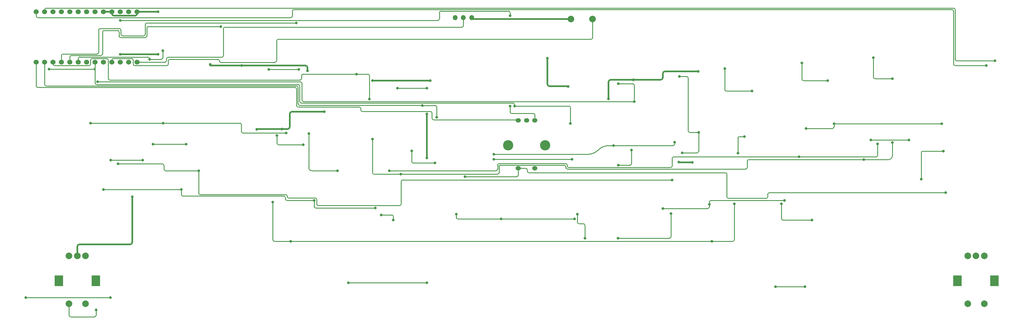
<source format=gbr>
G04 #@! TF.GenerationSoftware,KiCad,Pcbnew,(6.0.10)*
G04 #@! TF.CreationDate,2023-05-22T23:46:38+09:00*
G04 #@! TF.ProjectId,PARALLAX,50415241-4c4c-4415-982e-6b696361645f,rev?*
G04 #@! TF.SameCoordinates,Original*
G04 #@! TF.FileFunction,Copper,L1,Top*
G04 #@! TF.FilePolarity,Positive*
%FSLAX46Y46*%
G04 Gerber Fmt 4.6, Leading zero omitted, Abs format (unit mm)*
G04 Created by KiCad (PCBNEW (6.0.10)) date 2023-05-22 23:46:38*
%MOMM*%
%LPD*%
G01*
G04 APERTURE LIST*
G04 #@! TA.AperFunction,ComponentPad*
%ADD10O,1.500000X1.500000*%
G04 #@! TD*
G04 #@! TA.AperFunction,ComponentPad*
%ADD11C,1.524000*%
G04 #@! TD*
G04 #@! TA.AperFunction,ComponentPad*
%ADD12C,2.000000*%
G04 #@! TD*
G04 #@! TA.AperFunction,ComponentPad*
%ADD13R,2.500000X3.200000*%
G04 #@! TD*
G04 #@! TA.AperFunction,ComponentPad*
%ADD14O,1.600000X1.300000*%
G04 #@! TD*
G04 #@! TA.AperFunction,ComponentPad*
%ADD15C,3.100000*%
G04 #@! TD*
G04 #@! TA.AperFunction,ViaPad*
%ADD16C,0.800000*%
G04 #@! TD*
G04 #@! TA.AperFunction,Conductor*
%ADD17C,0.250000*%
G04 #@! TD*
G04 #@! TA.AperFunction,Conductor*
%ADD18C,0.500000*%
G04 #@! TD*
G04 APERTURE END LIST*
D10*
X152347700Y-20446700D03*
X154847700Y-20446700D03*
X149847700Y-20446700D03*
D11*
X51247700Y-18675300D03*
X48707700Y-18675300D03*
X46167700Y-18675300D03*
X43627700Y-18675300D03*
X41087700Y-18675300D03*
X38547700Y-18675300D03*
X36007700Y-18675300D03*
X33467700Y-18675300D03*
X30927700Y-18675300D03*
X28387700Y-18675300D03*
X25847700Y-18675300D03*
X23307700Y-18675300D03*
X23307700Y-33895300D03*
X25847700Y-33895300D03*
X28387700Y-33895300D03*
X30927700Y-33895300D03*
X33467700Y-33895300D03*
X36007700Y-33895300D03*
X38547700Y-33895300D03*
X41087700Y-33895300D03*
X43627700Y-33895300D03*
X46167700Y-33895300D03*
X48707700Y-33895300D03*
X51247700Y-33895300D03*
X53787700Y-33895300D03*
X53787700Y-18675300D03*
D12*
X38218800Y-92512500D03*
X33218800Y-92512500D03*
X35718800Y-92512500D03*
D13*
X41318800Y-100012500D03*
X30118800Y-100012500D03*
D12*
X33218800Y-107012500D03*
X38218800Y-107012500D03*
D14*
X173950000Y-51539900D03*
X168950000Y-51539900D03*
X171450000Y-51539900D03*
D15*
X165900000Y-59039900D03*
X177000000Y-59039900D03*
D14*
X173950000Y-66039900D03*
X168950000Y-66039900D03*
D12*
X191368750Y-20850700D03*
X184868750Y-20850700D03*
X309681300Y-92512500D03*
X304681300Y-92512500D03*
X307181300Y-92512500D03*
D13*
X301581300Y-100012500D03*
X312781300Y-100012500D03*
D12*
X304681300Y-107012500D03*
X309681300Y-107012500D03*
D16*
X197686041Y-59176075D03*
X255832033Y-53959000D03*
X216154508Y-58168200D03*
X264318750Y-52529900D03*
X39743700Y-52384403D03*
X98831085Y-55356042D03*
X161509625Y-61820500D03*
X296804700Y-52529900D03*
X61640181Y-52360001D03*
X290633363Y-69278169D03*
X107243247Y-75732601D03*
X297343794Y-60864384D03*
X163746022Y-81337733D03*
X249368700Y-75782900D03*
X125692928Y-78023900D03*
X150161542Y-79882022D03*
X185928879Y-81346234D03*
X43624100Y-72481100D03*
X212604240Y-78172079D03*
X67138169Y-72454000D03*
X226638900Y-76966000D03*
X41376666Y-108863700D03*
X246599000Y-101803700D03*
X186771900Y-79868687D03*
X20122700Y-105141200D03*
X189038500Y-87141873D03*
X141328851Y-100646649D03*
X45731342Y-105145678D03*
X255527600Y-101790978D03*
X117584883Y-100632218D03*
X60127400Y-18670546D03*
X52311666Y-74614934D03*
X75845100Y-34625900D03*
X60139578Y-31561500D03*
X177744607Y-32730701D03*
X105280887Y-36539967D03*
X48707700Y-31561500D03*
X196197843Y-44973314D03*
X221456250Y-64195300D03*
X85353500Y-34970000D03*
X184012900Y-41274000D03*
X124927600Y-39504900D03*
X142307759Y-39504900D03*
X217410262Y-64138405D03*
X203698683Y-39259300D03*
X223258200Y-36718437D03*
X110329908Y-48905128D03*
X141308000Y-62887994D03*
X97531445Y-54121760D03*
X89947517Y-54220128D03*
X141308000Y-49621615D03*
X93563900Y-36085000D03*
X102643690Y-36085000D03*
X141274667Y-41833730D03*
X132428004Y-41833730D03*
X286897300Y-57458264D03*
X275459137Y-57442415D03*
X161528879Y-63302000D03*
X185167100Y-63298614D03*
X143763800Y-64435600D03*
X136726482Y-60745434D03*
X96050900Y-56124995D03*
X104009671Y-58895600D03*
X68615000Y-58730000D03*
X58612977Y-58730000D03*
X131184594Y-81698686D03*
X127540378Y-80125849D03*
X27160351Y-36028700D03*
X167777200Y-47213200D03*
X184697200Y-52431436D03*
X55483400Y-63546500D03*
X203929034Y-45833800D03*
X199136600Y-40413800D03*
X45845100Y-63546500D03*
X199136600Y-65062500D03*
X203124300Y-60481183D03*
X41829483Y-39867300D03*
X215071200Y-79757979D03*
X61524600Y-30434900D03*
X72377000Y-66732700D03*
X218445984Y-61330626D03*
X217638568Y-38256881D03*
X215376100Y-69567649D03*
X47992513Y-64693401D03*
X199021200Y-87138047D03*
X57597092Y-33062200D03*
X223408700Y-55144900D03*
X79098700Y-23174892D03*
X235267700Y-61466700D03*
X239534326Y-42652518D03*
X237200716Y-56442600D03*
X234209800Y-76781900D03*
X94787100Y-76278400D03*
X100134100Y-88102447D03*
X231281526Y-35868937D03*
X227402100Y-88103202D03*
X129970167Y-66738701D03*
X277481664Y-58682547D03*
X101836400Y-22076500D03*
X105633800Y-55553500D03*
X262376100Y-39493100D03*
X253733700Y-62561400D03*
X248425500Y-76752100D03*
X257627800Y-81704500D03*
X254615900Y-34160800D03*
X114276087Y-66763692D03*
X120032600Y-37524000D03*
X124899000Y-57165783D03*
X276175700Y-32551300D03*
X133424000Y-67795700D03*
X123987800Y-45109800D03*
X273313800Y-63397826D03*
X281956300Y-58184305D03*
X281956300Y-38930000D03*
X152784071Y-68520200D03*
X144244000Y-50594801D03*
X298016600Y-73399700D03*
X139988508Y-47008800D03*
X166447300Y-19846600D03*
X166447300Y-47212600D03*
X48719397Y-21303964D03*
X312919164Y-33516580D03*
X310315000Y-34970000D03*
D17*
X121346344Y-48379782D02*
X121346321Y-47940130D01*
X23307700Y-41124622D02*
X23307700Y-33895300D01*
X101490867Y-41583513D02*
X23766591Y-41583513D01*
X120886834Y-47480666D02*
X102408564Y-47480666D01*
X142412918Y-48838627D02*
X121805211Y-48838627D01*
X142873481Y-50909485D02*
X142873481Y-49299190D01*
X168950000Y-51539900D02*
X168779655Y-51369555D01*
X23307687Y-41124622D02*
G75*
G03*
X23766591Y-41583513I458913J22D01*
G01*
X101490867Y-41583500D02*
G75*
G02*
X101949000Y-42041646I33J-458100D01*
G01*
X101949034Y-47021102D02*
G75*
G03*
X102408564Y-47480666I459566J2D01*
G01*
X120886834Y-47480679D02*
G75*
G02*
X121346321Y-47940130I-34J-459521D01*
G01*
X121346373Y-48379782D02*
G75*
G03*
X121805211Y-48838627I458827J-18D01*
G01*
X142412918Y-48838619D02*
G75*
G02*
X142873481Y-49299190I-18J-460581D01*
G01*
X168779655Y-51369555D02*
X143333551Y-51369555D01*
X101949000Y-47021102D02*
X101949000Y-42041646D01*
X142873445Y-50909485D02*
G75*
G03*
X143333551Y-51369555I460055J-15D01*
G01*
D18*
X141308000Y-49621615D02*
X141308000Y-62887994D01*
D17*
X234209802Y-87644270D02*
G75*
G02*
X233750868Y-88103202I-458902J-30D01*
G01*
X227402100Y-88103202D02*
X233750868Y-88103202D01*
X226942284Y-88106250D02*
X100137903Y-88106250D01*
X227148867Y-88103202D02*
X227119204Y-88073539D01*
X227402100Y-88103202D02*
X227148867Y-88103202D01*
X234209800Y-87644270D02*
X234209800Y-76781900D01*
X100134050Y-88102448D02*
G75*
G03*
X100137903Y-88106250I3850J48D01*
G01*
X226942284Y-88106233D02*
G75*
G03*
X227119204Y-88073538I-7284J534433D01*
G01*
X33467700Y-32368125D02*
X33467700Y-33895300D01*
X42884870Y-31907900D02*
X33927925Y-31907900D01*
X43341650Y-24806783D02*
X43341650Y-31451120D01*
X47863826Y-24343579D02*
X43804854Y-24343579D01*
X56261241Y-26473411D02*
X48784468Y-26473411D01*
X56720240Y-23602122D02*
X56720240Y-26014412D01*
X79065363Y-23141555D02*
X57180807Y-23141555D01*
X42884870Y-31907850D02*
G75*
G03*
X43341650Y-31451120I30J456750D01*
G01*
X79098700Y-23174892D02*
X79065363Y-23141555D01*
X48323389Y-26012350D02*
G75*
G03*
X48784468Y-26473411I461111J50D01*
G01*
X43341679Y-24806783D02*
G75*
G02*
X43804854Y-24343579I463221J-17D01*
G01*
X33467700Y-32368125D02*
G75*
G02*
X33927925Y-31907900I460200J25D01*
G01*
X56261241Y-26473440D02*
G75*
G03*
X56720240Y-26014412I-41J459040D01*
G01*
X56720255Y-23602122D02*
G75*
G02*
X57180807Y-23141555I460545J22D01*
G01*
X47863826Y-24343593D02*
G75*
G02*
X48323407Y-24803160I-26J-459607D01*
G01*
X48323407Y-26012350D02*
X48323407Y-24803160D01*
X30927700Y-31916700D02*
X30927700Y-33895300D01*
X41688540Y-31457700D02*
X31386700Y-31457700D01*
X48436893Y-23765727D02*
X42608229Y-23765727D01*
X55770379Y-25970451D02*
X49356797Y-25970451D01*
X56228220Y-22522071D02*
X56228220Y-25512610D01*
X101820673Y-22060773D02*
X56689518Y-22060773D01*
X30927700Y-31916700D02*
G75*
G02*
X31386700Y-31457700I459000J0D01*
G01*
X42148900Y-24225056D02*
X42148900Y-30997340D01*
X41688540Y-31457700D02*
G75*
G03*
X42148900Y-30997340I-40J460400D01*
G01*
X42148827Y-24225056D02*
G75*
G02*
X42608229Y-23765727I459373J-44D01*
G01*
X101836400Y-22076500D02*
X101820673Y-22060773D01*
X48897652Y-25511306D02*
X48897652Y-24226486D01*
X48897649Y-25511306D02*
G75*
G03*
X49356797Y-25970451I459151J6D01*
G01*
X48436893Y-23765748D02*
G75*
G02*
X48897652Y-24226486I7J-460752D01*
G01*
X56228173Y-22522071D02*
G75*
G02*
X56689518Y-22060773I461327J-29D01*
G01*
X55770379Y-25970420D02*
G75*
G03*
X56228220Y-25512610I21J457820D01*
G01*
X167777200Y-47213200D02*
X167777200Y-46741358D01*
X124475501Y-46283800D02*
X167319642Y-46283800D01*
X124474501Y-46284800D02*
X124475501Y-46283800D01*
X102911432Y-41144960D02*
X102911714Y-45825373D01*
X41087700Y-36572278D02*
X41087700Y-40224591D01*
X103371169Y-46284800D02*
X124474501Y-46284800D01*
X167777200Y-46741358D02*
G75*
G03*
X167319642Y-46283800I-457600J-42D01*
G01*
X102911487Y-41144960D02*
G75*
G03*
X102449985Y-40683513I-461487J-40D01*
G01*
X103371169Y-46284786D02*
G75*
G02*
X102911714Y-45825373I31J459486D01*
G01*
X41546622Y-40683513D02*
X102449985Y-40683513D01*
X41546622Y-40683500D02*
G75*
G02*
X41087700Y-40224591I-22J458900D01*
G01*
X184697300Y-47673374D02*
G75*
G03*
X184237060Y-47213200I-460200J-26D01*
G01*
X167777200Y-47213200D02*
X184237060Y-47213200D01*
X184697200Y-52431436D02*
X184697231Y-47673374D01*
X166447300Y-18947185D02*
X166447300Y-19846600D01*
X145552277Y-18488100D02*
X165988215Y-18488100D01*
X166447300Y-18947185D02*
G75*
G03*
X165988215Y-18488100I-459100J-15D01*
G01*
X48719397Y-21303964D02*
X144616848Y-21303964D01*
X145552277Y-18488034D02*
G75*
G03*
X145092634Y-18947742I23J-459666D01*
G01*
X145092564Y-20828188D02*
G75*
G02*
X144616848Y-21303964I-475764J-12D01*
G01*
X145092624Y-20828188D02*
X145092634Y-18947742D01*
X150161542Y-79882022D02*
X150161557Y-80878301D01*
X150620996Y-81337733D02*
X163746022Y-81337733D01*
X150620996Y-81337743D02*
G75*
G02*
X150161557Y-80878301I4J459443D01*
G01*
X124899000Y-67345605D02*
X124899000Y-57165783D01*
X133414615Y-67805085D02*
X125358480Y-67805085D01*
X133414615Y-67805100D02*
G75*
G03*
X133424000Y-67795700I-15J9400D01*
G01*
X124899015Y-67345605D02*
G75*
G03*
X125358480Y-67805085I459485J5D01*
G01*
X134016699Y-69541144D02*
X215349595Y-69541144D01*
X133557434Y-76839185D02*
X133557434Y-70000409D01*
X108498023Y-77298900D02*
X133097720Y-77298900D01*
X108033722Y-75462988D02*
X108033722Y-76834599D01*
X99119749Y-74444059D02*
X99119749Y-74551024D01*
X72837170Y-73986566D02*
X98662256Y-73986566D01*
X72377000Y-66732700D02*
X72377000Y-73526396D01*
X215376056Y-69567649D02*
G75*
G03*
X215349595Y-69541144I-26456J49D01*
G01*
X133557400Y-76839185D02*
G75*
G02*
X133097720Y-77298900I-459700J-15D01*
G01*
X108498023Y-77298878D02*
G75*
G02*
X108033722Y-76834599I-23J464278D01*
G01*
X108033699Y-75462988D02*
G75*
G03*
X107578835Y-75008101I-454899J-12D01*
G01*
X99119834Y-74444059D02*
G75*
G03*
X98662256Y-73986566I-457534J-41D01*
G01*
X99576826Y-75008101D02*
X107578835Y-75008101D01*
X99576826Y-75008051D02*
G75*
G02*
X99119749Y-74551024I-26J457051D01*
G01*
X72837170Y-73986600D02*
G75*
G02*
X72377000Y-73526396I30J460200D01*
G01*
X134016699Y-69541134D02*
G75*
G03*
X133557434Y-70000409I1J-459266D01*
G01*
X25847700Y-18675300D02*
X25847700Y-18047121D01*
X300887470Y-18047553D02*
X300887470Y-33057639D01*
X26306721Y-17588100D02*
X300428017Y-17588100D01*
X301346411Y-33516530D02*
G75*
G02*
X300887470Y-33057639I-11J458930D01*
G01*
X301346411Y-33516580D02*
X312919164Y-33516580D01*
X26306721Y-17588100D02*
G75*
G03*
X25847700Y-18047121I-21J-459000D01*
G01*
X300887500Y-18047553D02*
G75*
G03*
X300428017Y-17588100I-459500J-47D01*
G01*
X291092521Y-60864390D02*
X297343794Y-60864384D01*
X290633363Y-69278169D02*
X290633363Y-61323548D01*
X291092521Y-60864363D02*
G75*
G03*
X290633363Y-61323548I-21J-459137D01*
G01*
X163746022Y-81337733D02*
X185920378Y-81337733D01*
X185928867Y-81346234D02*
G75*
G03*
X185920378Y-81337733I-8467J34D01*
G01*
X85264900Y-54896188D02*
X85264900Y-52820145D01*
X98831085Y-55356042D02*
X85724754Y-55356042D01*
X85264958Y-54896188D02*
G75*
G03*
X85724754Y-55356042I459842J-12D01*
G01*
X84804756Y-52360000D02*
G75*
G02*
X85264900Y-52820145I44J-460100D01*
G01*
X84804756Y-52360001D02*
X61640181Y-52360001D01*
X39746797Y-52387500D02*
X61612682Y-52387500D01*
X216154508Y-58168200D02*
X216154508Y-58684471D01*
X196232820Y-59176075D02*
X197686041Y-59176075D01*
X61640181Y-52360001D02*
X61667680Y-52387500D01*
X296761891Y-52529900D02*
X264318750Y-52529900D01*
X296804690Y-52529910D02*
X296794693Y-52529910D01*
X215696000Y-59142979D02*
X197719137Y-59142979D01*
X61612682Y-52387500D02*
X61640181Y-52360001D01*
X263859807Y-53959000D02*
X255832033Y-53959000D01*
X161509625Y-61820500D02*
X189848632Y-61820500D01*
X39743700Y-52384403D02*
X39746797Y-52387500D01*
X264318750Y-52529900D02*
X264318750Y-53500057D01*
X296804700Y-52529900D02*
X296804690Y-52529910D01*
X296761890Y-52529892D02*
G75*
G02*
X296794693Y-52529910I16310J-168108D01*
G01*
X193116155Y-60467026D02*
G75*
G02*
X189848632Y-61820500I-3267555J3267526D01*
G01*
X196232820Y-59176101D02*
G75*
G03*
X193116171Y-60467042I-20J-4407599D01*
G01*
X215696000Y-59143008D02*
G75*
G03*
X216154508Y-58684471I0J458508D01*
G01*
X197685979Y-59176075D02*
G75*
G02*
X197719137Y-59142979I33121J-25D01*
G01*
X263859807Y-53959050D02*
G75*
G03*
X264318750Y-53500057I-7J458950D01*
G01*
X67111069Y-72481100D02*
X67138169Y-72454000D01*
X226638900Y-76966000D02*
X226638900Y-77711979D01*
X107243247Y-75732601D02*
X99036605Y-75732601D01*
X70819684Y-74436566D02*
X67598856Y-74436566D01*
X107704725Y-78029430D02*
X125687398Y-78029430D01*
X212604240Y-78172079D02*
X226178800Y-78172079D01*
X226638900Y-76966000D02*
X226638900Y-76243151D01*
X43624100Y-72481100D02*
X67111069Y-72481100D01*
X98110239Y-74436566D02*
X70819684Y-74436566D01*
X107243247Y-75732601D02*
X107243247Y-77567952D01*
X98572100Y-75268096D02*
X98572100Y-74898427D01*
X67138169Y-72454000D02*
X67138169Y-73975879D01*
X249368700Y-75782900D02*
X227099151Y-75782900D01*
X69982966Y-74436566D02*
X70819684Y-74436566D01*
X125687398Y-78029430D02*
X125692928Y-78023900D01*
X67138234Y-73975879D02*
G75*
G03*
X67598856Y-74436566I460666J-21D01*
G01*
X98110239Y-74436500D02*
G75*
G02*
X98572100Y-74898427I-39J-461900D01*
G01*
X226638900Y-76243151D02*
G75*
G02*
X227099151Y-75782900I460200J51D01*
G01*
X98572099Y-75268096D02*
G75*
G03*
X99036605Y-75732601I464501J-4D01*
G01*
X226638879Y-77711979D02*
G75*
G02*
X226178800Y-78172079I-460079J-21D01*
G01*
X107704725Y-78029453D02*
G75*
G02*
X107243247Y-77567952I-25J461453D01*
G01*
X40917175Y-110960129D02*
X33678204Y-110960129D01*
X33218800Y-110500725D02*
X33218800Y-107012500D01*
X41376666Y-108863700D02*
X41376666Y-110500638D01*
X40917175Y-110960066D02*
G75*
G03*
X41376666Y-110500638I25J459466D01*
G01*
X33218771Y-110500725D02*
G75*
G03*
X33678204Y-110960129I459429J25D01*
G01*
X246812366Y-101803700D02*
X246825539Y-101816873D01*
X45731342Y-105145678D02*
X45726864Y-105141200D01*
X187232890Y-82777435D02*
X188577536Y-82777439D01*
X186771900Y-79868687D02*
X186771900Y-82316444D01*
X45726864Y-105141200D02*
X20122700Y-105141200D01*
X189038500Y-83238405D02*
X189038500Y-87141873D01*
X246599000Y-101803700D02*
X246812366Y-101803700D01*
X141328851Y-100646649D02*
X117599314Y-100646649D01*
X246967422Y-101790978D02*
X255527600Y-101790978D01*
X187232890Y-82777400D02*
G75*
G02*
X186771900Y-82316444I10J461000D01*
G01*
X117584851Y-100632218D02*
G75*
G03*
X117599314Y-100646649I14449J18D01*
G01*
X189038461Y-83238405D02*
G75*
G03*
X188577536Y-82777439I-460961J5D01*
G01*
X246967422Y-101790966D02*
G75*
G03*
X246825539Y-101816873I7078J-440234D01*
G01*
D18*
X142307759Y-39504900D02*
X124927600Y-39504900D01*
X46167700Y-18675300D02*
X46167700Y-19256700D01*
X52311666Y-74614934D02*
X52311662Y-74614938D01*
X203698683Y-39259300D02*
X203539183Y-39418800D01*
X104650987Y-34970000D02*
X85353500Y-34970000D01*
X52311662Y-74614938D02*
X52311662Y-88410564D01*
X51687326Y-89034900D02*
X36349110Y-89034900D01*
X212591596Y-38628145D02*
X212591575Y-37350184D01*
X184012900Y-41274000D02*
X183957639Y-41218739D01*
X203698683Y-39259300D02*
X205946800Y-39259300D01*
X44897700Y-18675300D02*
X43627700Y-18675300D01*
X177744607Y-40585888D02*
X177744607Y-32730701D01*
X205946800Y-39259300D02*
X196819314Y-39259300D01*
X53787700Y-18675300D02*
X53787700Y-19255851D01*
X46167700Y-18675300D02*
X44897700Y-18675300D01*
X183957639Y-41218739D02*
X178377458Y-41218739D01*
X213223312Y-36718437D02*
X223258200Y-36718437D01*
X221456250Y-64195300D02*
X217467157Y-64195300D01*
X154847700Y-20850700D02*
X184868750Y-20850700D01*
X154847700Y-20446700D02*
X154847700Y-20850700D01*
X35718800Y-89665210D02*
X35718800Y-92512500D01*
X105280887Y-36539967D02*
X105280887Y-35599900D01*
X60127400Y-18670546D02*
X53792454Y-18670546D01*
X75845100Y-34970000D02*
X75845100Y-34625900D01*
X53156051Y-19887500D02*
X46798500Y-19887500D01*
X85353500Y-34970000D02*
X75845100Y-34970000D01*
X196185348Y-39893266D02*
X196185348Y-44960819D01*
X60139578Y-31561500D02*
X48707700Y-31561500D01*
X205946800Y-39259300D02*
X211960451Y-39259300D01*
X196197843Y-44973252D02*
G75*
G02*
X196185348Y-44960819I-43J12452D01*
G01*
X104650987Y-34970013D02*
G75*
G02*
X105280887Y-35599900I13J-629887D01*
G01*
X213223312Y-36718475D02*
G75*
G03*
X212591575Y-37350184I-12J-631725D01*
G01*
X177744661Y-40585888D02*
G75*
G03*
X178377458Y-41218739I632839J-12D01*
G01*
X196185300Y-39893266D02*
G75*
G02*
X196819314Y-39259300I634000J-34D01*
G01*
X35718800Y-89665210D02*
G75*
G02*
X36349110Y-89034900I630300J10D01*
G01*
X46798500Y-19887500D02*
G75*
G02*
X46167700Y-19256700I0J630800D01*
G01*
X212591500Y-38628145D02*
G75*
G02*
X211960451Y-39259300I-631100J-55D01*
G01*
X53156051Y-19887500D02*
G75*
G03*
X53787700Y-19255851I49J631600D01*
G01*
X51687326Y-89034862D02*
G75*
G03*
X52311662Y-88410564I-26J624362D01*
G01*
X53787746Y-18675300D02*
G75*
G02*
X53792454Y-18670546I4754J0D01*
G01*
X217410300Y-64138405D02*
G75*
G03*
X217467157Y-64195300I56900J5D01*
G01*
D17*
X53787700Y-33895300D02*
X62221060Y-33895300D01*
X152347700Y-22898651D02*
X152347700Y-20446700D01*
X79823800Y-31977711D02*
X79823800Y-23818502D01*
X63140514Y-32438108D02*
X79363403Y-32438108D01*
X80283502Y-23358800D02*
X151887551Y-23358800D01*
X62681799Y-33434551D02*
X62681787Y-32896846D01*
X80283502Y-23358800D02*
G75*
G03*
X79823800Y-23818502I-2J-459700D01*
G01*
X152347700Y-22898651D02*
G75*
G02*
X151887551Y-23358800I-460200J51D01*
G01*
X63140514Y-32438087D02*
G75*
G03*
X62681787Y-32896846I-14J-458713D01*
G01*
X79823808Y-31977711D02*
G75*
G02*
X79363403Y-32438108I-460408J11D01*
G01*
X62681800Y-33434551D02*
G75*
G02*
X62221060Y-33895300I-460700J-49D01*
G01*
D18*
X97467204Y-54186001D02*
X89981644Y-54186001D01*
X97531445Y-54121760D02*
X99285756Y-54121760D01*
X97531445Y-54121760D02*
X97467204Y-54186001D01*
X99915400Y-53492116D02*
X99915400Y-49534617D01*
X100544889Y-48905128D02*
X110329908Y-48905128D01*
X100544889Y-48905100D02*
G75*
G03*
X99915400Y-49534617I11J-629500D01*
G01*
X89947501Y-54220128D02*
G75*
G02*
X89981644Y-54186001I34099J28D01*
G01*
X99915460Y-53492116D02*
G75*
G02*
X99285756Y-54121760I-629660J16D01*
G01*
D17*
X93563900Y-36085000D02*
X102643690Y-36085000D01*
X132428004Y-41833730D02*
X141274667Y-41833730D01*
X286895759Y-57459805D02*
X275476527Y-57459805D01*
X275476527Y-57459805D02*
X275459137Y-57442415D01*
X286897300Y-57458264D02*
X286895759Y-57459805D01*
X185163714Y-63302000D02*
X161528879Y-63302000D01*
X185163714Y-63302000D02*
G75*
G03*
X185167100Y-63298614I-14J3400D01*
G01*
X136726482Y-60745434D02*
X136726482Y-63975633D01*
X143761002Y-64432802D02*
X143763800Y-64435600D01*
X137183651Y-64432802D02*
X143761002Y-64432802D01*
X137183651Y-64432818D02*
G75*
G02*
X136726482Y-63975633I49J457218D01*
G01*
X104009671Y-58895600D02*
X96510195Y-58895600D01*
X96050900Y-58436305D02*
X96050900Y-56124995D01*
X96050900Y-58436305D02*
G75*
G03*
X96510195Y-58895600I459300J5D01*
G01*
X68615000Y-58730000D02*
X58612977Y-58730000D01*
X127540378Y-80125849D02*
X130725273Y-80125849D01*
X131183156Y-80524886D02*
X131183156Y-81697248D01*
X131183138Y-80524889D02*
G75*
G03*
X130725273Y-80125850I-459738J-65311D01*
G01*
X27160351Y-36028700D02*
X40642855Y-36028700D01*
X41087700Y-35586641D02*
X41087700Y-36028700D01*
X41087700Y-33895300D02*
X41087700Y-35586641D01*
X41087700Y-36028700D02*
X41087700Y-36572278D01*
X40545500Y-36030093D02*
G75*
G03*
X40544122Y-36028700I-1400J-7D01*
G01*
X41087707Y-36572278D02*
G75*
G03*
X40545515Y-36030093I-542207J-22D01*
G01*
X41087693Y-35586641D02*
G75*
G02*
X40644248Y-36030093I-443493J41D01*
G01*
X40644300Y-36030093D02*
G75*
G03*
X40642855Y-36028701I-1400J-7D01*
G01*
X197053700Y-45833800D02*
X197897700Y-45833800D01*
X123687495Y-45834800D02*
X124288105Y-45834800D01*
X199136600Y-40413800D02*
X203470106Y-40413800D01*
X203124300Y-64601697D02*
X203124300Y-60481183D01*
X41829483Y-39867300D02*
X103118371Y-39867300D01*
X124289105Y-45833800D02*
X197053700Y-45833800D01*
X203929034Y-45833800D02*
X203929034Y-40872728D01*
X124288105Y-45834800D02*
X124289105Y-45833800D01*
X41829483Y-39867300D02*
X41857198Y-39895015D01*
X203929034Y-45833800D02*
X197053700Y-45833800D01*
X104038238Y-45833800D02*
X123686495Y-45833800D01*
X55483400Y-63546500D02*
X45845100Y-63546500D01*
X41857198Y-39895015D02*
X41857198Y-39993046D01*
X199136600Y-65062500D02*
X202663497Y-65062500D01*
X103576287Y-40325216D02*
X103576287Y-45371849D01*
X123686495Y-45833800D02*
X123687495Y-45834800D01*
X104038238Y-45833813D02*
G75*
G02*
X103576287Y-45371849I-38J461913D01*
G01*
X41848137Y-39848683D02*
G75*
G03*
X41829483Y-39867300I-37J-18617D01*
G01*
X103576300Y-40325216D02*
G75*
G03*
X103118371Y-39867300I-457900J16D01*
G01*
X203124300Y-64601697D02*
G75*
G02*
X202663497Y-65062500I-460800J-3D01*
G01*
X203470106Y-40413766D02*
G75*
G02*
X203929034Y-40872728I-6J-458934D01*
G01*
X215071200Y-79757979D02*
X215071200Y-86679336D01*
X61524600Y-30434900D02*
X61524600Y-32594594D01*
X56170500Y-32358000D02*
X36467333Y-32358000D01*
X220247094Y-38716004D02*
X220247094Y-54685513D01*
X56170500Y-32358000D02*
X56892892Y-32358000D01*
X214612489Y-87138047D02*
X199021200Y-87138047D01*
X47994697Y-64695585D02*
X47992513Y-64693401D01*
X61056994Y-33062200D02*
X57597092Y-33062200D01*
X36007700Y-33895300D02*
X36007700Y-32817633D01*
X220706481Y-55144900D02*
X223408700Y-55144900D01*
X61887500Y-66270648D02*
X61887500Y-65155025D01*
X222949328Y-61330626D02*
X218445984Y-61330626D01*
X217638568Y-38256881D02*
X219787939Y-38256855D01*
X223408700Y-55144900D02*
X223408700Y-60871254D01*
X61428060Y-64695585D02*
X47994697Y-64695585D01*
X72377000Y-66732700D02*
X62349552Y-66732700D01*
X214612489Y-87138100D02*
G75*
G03*
X215071200Y-86679336I11J458700D01*
G01*
X61056994Y-33062200D02*
G75*
G03*
X61524600Y-32594594I6J467600D01*
G01*
X61428060Y-64695600D02*
G75*
G02*
X61887500Y-65155025I40J-459400D01*
G01*
X220706481Y-55144906D02*
G75*
G02*
X220247094Y-54685513I19J459406D01*
G01*
X57597100Y-33062200D02*
G75*
G03*
X56892892Y-32358000I-704200J0D01*
G01*
X36467333Y-32358000D02*
G75*
G03*
X36007700Y-32817633I-33J-459600D01*
G01*
X222949328Y-61330700D02*
G75*
G03*
X223408700Y-60871254I-28J459400D01*
G01*
X61887500Y-66270648D02*
G75*
G03*
X62349552Y-66732700I462100J48D01*
G01*
X220247045Y-38716004D02*
G75*
G03*
X219787939Y-38256855I-459145J4D01*
G01*
X231281526Y-42192776D02*
X231281526Y-35868937D01*
X235267700Y-61466700D02*
X235267700Y-56905271D01*
X239534326Y-42652518D02*
X231741268Y-42652518D01*
X94787100Y-76278400D02*
X94787100Y-87643020D01*
X95246527Y-88102447D02*
X100134100Y-88102447D01*
X237200716Y-56442600D02*
X235730387Y-56442588D01*
X235730387Y-56442600D02*
G75*
G03*
X235267700Y-56905271I13J-462700D01*
G01*
X95246527Y-88102500D02*
G75*
G02*
X94787100Y-87643020I-27J459400D01*
G01*
X231281582Y-42192776D02*
G75*
G03*
X231741268Y-42652518I459718J-24D01*
G01*
X253733700Y-62561400D02*
X277021755Y-62561400D01*
X257627800Y-81704500D02*
X248883823Y-81704500D01*
X277481664Y-58682547D02*
X277481623Y-62101538D01*
X214978230Y-65787600D02*
X184178222Y-65787600D01*
X254615900Y-34160800D02*
X254615900Y-39034282D01*
X183716900Y-65326278D02*
X183716900Y-65074797D01*
X255074718Y-39493100D02*
X262376100Y-39493100D01*
X162231275Y-66738701D02*
X129970167Y-66738701D01*
X248425500Y-76752100D02*
X248425500Y-81246177D01*
X105633800Y-55553500D02*
X105633800Y-65835262D01*
X215436554Y-63022842D02*
X215436554Y-65329276D01*
X253733700Y-62561400D02*
X215897996Y-62561400D01*
X183256603Y-64614500D02*
X163150371Y-64614500D01*
X114276087Y-66763692D02*
X106562230Y-66763692D01*
X162690900Y-65073971D02*
X162690900Y-66279076D01*
X106562230Y-66763700D02*
G75*
G02*
X105633800Y-65835262I-30J928400D01*
G01*
X162690900Y-65073971D02*
G75*
G02*
X163150371Y-64614500I459500J-29D01*
G01*
X248425500Y-81246177D02*
G75*
G03*
X248883823Y-81704500I458300J-23D01*
G01*
X255074718Y-39493100D02*
G75*
G02*
X254615900Y-39034282I-18J458800D01*
G01*
X277481700Y-62101538D02*
G75*
G02*
X277021755Y-62561400I-459900J38D01*
G01*
X183716900Y-65326278D02*
G75*
G03*
X184178222Y-65787600I461300J-22D01*
G01*
X183256603Y-64614500D02*
G75*
G02*
X183716900Y-65074797I-3J-460300D01*
G01*
X162231275Y-66738700D02*
G75*
G03*
X162690900Y-66279076I25J459600D01*
G01*
X214978230Y-65787654D02*
G75*
G03*
X215436554Y-65329276I-30J458354D01*
G01*
X215436600Y-63022842D02*
G75*
G02*
X215897996Y-62561400I461400J42D01*
G01*
X103467200Y-37996919D02*
X103467200Y-38848024D01*
X28387700Y-34519979D02*
X28387700Y-33895300D01*
X183726953Y-66237700D02*
X237646634Y-66237700D01*
X163141200Y-67337253D02*
X163141200Y-65524078D01*
X238106000Y-65778334D02*
X238106000Y-63860318D01*
X44588805Y-32808100D02*
X40179246Y-32808100D01*
X133424000Y-67795700D02*
X162682753Y-67795700D01*
X273313800Y-63397826D02*
X280754762Y-63397826D01*
X120032600Y-37524000D02*
X120032600Y-37536300D01*
X123987800Y-37994664D02*
X123987800Y-45109800D01*
X120032600Y-37536300D02*
X103927819Y-37536300D01*
X103007791Y-39307433D02*
X45506430Y-39307433D01*
X238567589Y-63398729D02*
X273312897Y-63398729D01*
X39260392Y-34982500D02*
X28850221Y-34982500D01*
X276175700Y-38471769D02*
X276175700Y-32551300D01*
X281956300Y-38930000D02*
X276633931Y-38930000D01*
X120032600Y-37536300D02*
X123529436Y-37536300D01*
X183266800Y-65524994D02*
X183266800Y-65777547D01*
X39718828Y-33268518D02*
X39718828Y-34524064D01*
X163600578Y-65064700D02*
X182806506Y-65064700D01*
X281956300Y-58184305D02*
X281956296Y-62196293D01*
X45047797Y-38848800D02*
X45047797Y-33267092D01*
X273312897Y-63398729D02*
X273313800Y-63397826D01*
X28387700Y-34519979D02*
G75*
G03*
X28850221Y-34982500I462500J-21D01*
G01*
X39260392Y-34982528D02*
G75*
G03*
X39718828Y-34524064I8J458428D01*
G01*
X103467200Y-37996919D02*
G75*
G02*
X103927819Y-37536300I460600J19D01*
G01*
X276175700Y-38471769D02*
G75*
G03*
X276633931Y-38930000I458200J-31D01*
G01*
X183726953Y-66237700D02*
G75*
G02*
X183266800Y-65777547I47J460200D01*
G01*
X103007791Y-39307400D02*
G75*
G03*
X103467200Y-38848024I9J459400D01*
G01*
X163141200Y-67337253D02*
G75*
G02*
X162682753Y-67795700I-458400J-47D01*
G01*
X238567589Y-63398700D02*
G75*
G03*
X238106000Y-63860318I11J-461600D01*
G01*
X123987800Y-37994664D02*
G75*
G03*
X123529436Y-37536300I-458400J-36D01*
G01*
X183266800Y-65524994D02*
G75*
G03*
X182806506Y-65064700I-460300J-6D01*
G01*
X44588805Y-32808103D02*
G75*
G02*
X45047797Y-33267092I-5J-458997D01*
G01*
X163600578Y-65064700D02*
G75*
G03*
X163141200Y-65524078I22J-459400D01*
G01*
X39718800Y-33268518D02*
G75*
G02*
X40179246Y-32808100I460400J18D01*
G01*
X45047767Y-38848800D02*
G75*
G03*
X45506430Y-39307433I458633J0D01*
G01*
X238106000Y-65778334D02*
G75*
G02*
X237646634Y-66237700I-459400J34D01*
G01*
X281956326Y-62196293D02*
G75*
G02*
X280754762Y-63397826I-1201526J-7D01*
G01*
X168950000Y-68061472D02*
X168950000Y-66039900D01*
X298016600Y-73399700D02*
X244769668Y-73399700D01*
X244306908Y-73862471D02*
X244306929Y-74640759D01*
X243849429Y-75098271D02*
X232391798Y-75098271D01*
X139968452Y-46979149D02*
X139960508Y-46980800D01*
X139960508Y-46980800D02*
X102856186Y-46980800D01*
X139990153Y-47000856D02*
X139982210Y-46987096D01*
X231474565Y-67365872D02*
X172123754Y-67365872D01*
X171663591Y-66905729D02*
X171663573Y-66499855D01*
X152784071Y-68520200D02*
X168491272Y-68520200D01*
X102399000Y-46523614D02*
X102399000Y-41594544D01*
X25847700Y-40674565D02*
X25847700Y-33895300D01*
X139988508Y-47008800D02*
X143784829Y-47008800D01*
X101937969Y-41133513D02*
X26306648Y-41133513D01*
X139988508Y-47008800D02*
X139990153Y-47000856D01*
X139982210Y-46987096D02*
X139968452Y-46979149D01*
X171203598Y-66039900D02*
X168950000Y-66039900D01*
X231933545Y-74640018D02*
X231933545Y-67824852D01*
X144244000Y-50594801D02*
X144244001Y-47467972D01*
X168950000Y-68061472D02*
G75*
G02*
X168491272Y-68520200I-458700J-28D01*
G01*
X231474565Y-67365955D02*
G75*
G02*
X231933545Y-67824852I35J-458945D01*
G01*
X244306900Y-73862471D02*
G75*
G02*
X244769668Y-73399700I462800J-29D01*
G01*
X101937969Y-41133500D02*
G75*
G02*
X102399000Y-41594544I31J-461000D01*
G01*
X243849429Y-75098329D02*
G75*
G03*
X244306929Y-74640759I-29J457529D01*
G01*
X25847687Y-40674565D02*
G75*
G03*
X26306648Y-41133513I458913J-35D01*
G01*
X171203598Y-66039927D02*
G75*
G02*
X171663573Y-66499855I2J-459973D01*
G01*
X144244000Y-47467972D02*
G75*
G03*
X143784829Y-47008800I-459200J-28D01*
G01*
X171663628Y-66905729D02*
G75*
G03*
X172123754Y-67365872I460172J29D01*
G01*
X102399000Y-46523614D02*
G75*
G03*
X102856186Y-46980800I457200J14D01*
G01*
X231933529Y-74640018D02*
G75*
G03*
X232391798Y-75098271I458271J18D01*
G01*
X166908425Y-49429985D02*
X173490602Y-49429985D01*
X166447300Y-47212600D02*
X166447300Y-48968860D01*
X173950000Y-51539900D02*
X173950000Y-49889383D01*
X173950015Y-49889383D02*
G75*
G03*
X173490602Y-49429985I-459415J-17D01*
G01*
X166908425Y-49430000D02*
G75*
G02*
X166447300Y-48968860I-25J461100D01*
G01*
X100204759Y-20462500D02*
X23763719Y-20462500D01*
X310315000Y-34970000D02*
X300870615Y-34970000D01*
X23307700Y-20006481D02*
X23307700Y-18675300D01*
X300411770Y-34511155D02*
X300411770Y-18496138D01*
X100661100Y-18497166D02*
X100661100Y-20006159D01*
X299953732Y-18038100D02*
X101120166Y-18038100D01*
X100661100Y-18497166D02*
G75*
G02*
X101120166Y-18038100I459100J-34D01*
G01*
X100204759Y-20462500D02*
G75*
G03*
X100661100Y-20006159I41J456300D01*
G01*
X299953732Y-18038030D02*
G75*
G02*
X300411770Y-18496138I-32J-458070D01*
G01*
X23307700Y-20006481D02*
G75*
G03*
X23763719Y-20462500I456000J-19D01*
G01*
X300411800Y-34511155D02*
G75*
G03*
X300870615Y-34970000I458800J-45D01*
G01*
X63204219Y-34522716D02*
X63204219Y-33518957D01*
X52583564Y-33268329D02*
X52583564Y-34521372D01*
X46167700Y-33895300D02*
X46167700Y-33267258D01*
X53044692Y-34982500D02*
X62744435Y-34982500D01*
X191368750Y-20850700D02*
X191368750Y-26553897D01*
X96423965Y-27012899D02*
X190909748Y-27012899D01*
X79068310Y-33980001D02*
X95308191Y-33980001D01*
X46626758Y-32808200D02*
X52123435Y-32808200D01*
X63663922Y-33059254D02*
X78147600Y-33059254D01*
X95965173Y-33323019D02*
X95965173Y-27471691D01*
X78610946Y-33522562D02*
G75*
G03*
X78147600Y-33059254I-463346J-38D01*
G01*
X191368699Y-26553897D02*
G75*
G02*
X190909748Y-27012899I-458999J-3D01*
G01*
X63204200Y-34522716D02*
G75*
G02*
X62744435Y-34982500I-459800J16D01*
G01*
X46626758Y-32808200D02*
G75*
G03*
X46167700Y-33267258I42J-459100D01*
G01*
X63663922Y-33059219D02*
G75*
G03*
X63204219Y-33518957I78J-459781D01*
G01*
X52583500Y-33268329D02*
G75*
G03*
X52123435Y-32808200I-460100J29D01*
G01*
X53044692Y-34982536D02*
G75*
G02*
X52583564Y-34521372I8J461136D01*
G01*
X79068310Y-33979992D02*
G75*
G02*
X78610908Y-33522562I-10J457392D01*
G01*
X95965201Y-33323019D02*
G75*
G02*
X95308191Y-33980001I-657001J19D01*
G01*
X96423965Y-27012873D02*
G75*
G03*
X95965173Y-27471691I35J-458827D01*
G01*
M02*

</source>
